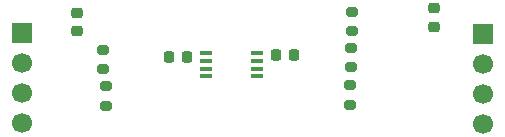
<source format=gbr>
%TF.GenerationSoftware,KiCad,Pcbnew,9.0.7*%
%TF.CreationDate,2026-02-08T14:26:32+09:00*%
%TF.ProjectId,level_shifter,6c657665-6c5f-4736-9869-667465722e6b,rev?*%
%TF.SameCoordinates,Original*%
%TF.FileFunction,Soldermask,Top*%
%TF.FilePolarity,Negative*%
%FSLAX46Y46*%
G04 Gerber Fmt 4.6, Leading zero omitted, Abs format (unit mm)*
G04 Created by KiCad (PCBNEW 9.0.7) date 2026-02-08 14:26:32*
%MOMM*%
%LPD*%
G01*
G04 APERTURE LIST*
G04 Aperture macros list*
%AMRoundRect*
0 Rectangle with rounded corners*
0 $1 Rounding radius*
0 $2 $3 $4 $5 $6 $7 $8 $9 X,Y pos of 4 corners*
0 Add a 4 corners polygon primitive as box body*
4,1,4,$2,$3,$4,$5,$6,$7,$8,$9,$2,$3,0*
0 Add four circle primitives for the rounded corners*
1,1,$1+$1,$2,$3*
1,1,$1+$1,$4,$5*
1,1,$1+$1,$6,$7*
1,1,$1+$1,$8,$9*
0 Add four rect primitives between the rounded corners*
20,1,$1+$1,$2,$3,$4,$5,0*
20,1,$1+$1,$4,$5,$6,$7,0*
20,1,$1+$1,$6,$7,$8,$9,0*
20,1,$1+$1,$8,$9,$2,$3,0*%
G04 Aperture macros list end*
%ADD10RoundRect,0.200000X-0.275000X0.200000X-0.275000X-0.200000X0.275000X-0.200000X0.275000X0.200000X0*%
%ADD11RoundRect,0.225000X-0.225000X-0.250000X0.225000X-0.250000X0.225000X0.250000X-0.225000X0.250000X0*%
%ADD12RoundRect,0.225000X0.250000X-0.225000X0.250000X0.225000X-0.250000X0.225000X-0.250000X-0.225000X0*%
%ADD13RoundRect,0.225000X-0.250000X0.225000X-0.250000X-0.225000X0.250000X-0.225000X0.250000X0.225000X0*%
%ADD14RoundRect,0.200000X0.275000X-0.200000X0.275000X0.200000X-0.275000X0.200000X-0.275000X-0.200000X0*%
%ADD15R,1.700000X1.700000*%
%ADD16C,1.700000*%
%ADD17R,1.100000X0.400000*%
G04 APERTURE END LIST*
D10*
%TO.C,R1*%
X169485000Y-107985000D03*
X169485000Y-106335000D03*
%TD*%
D11*
%TO.C,C1*%
X174770000Y-103810000D03*
X176320000Y-103810000D03*
%TD*%
D12*
%TO.C,C4*%
X197270000Y-101270000D03*
X197270000Y-99720000D03*
%TD*%
D11*
%TO.C,C5*%
X183870000Y-103710000D03*
X185420000Y-103710000D03*
%TD*%
D13*
%TO.C,C2*%
X167035000Y-100125000D03*
X167035000Y-101675000D03*
%TD*%
D14*
%TO.C,R3*%
X190260000Y-101665000D03*
X190260000Y-100015000D03*
%TD*%
D15*
%TO.C,J2*%
X162360000Y-101830000D03*
D16*
X162360000Y-104370000D03*
X162360000Y-106910000D03*
X162360000Y-109450000D03*
%TD*%
D14*
%TO.C,R4*%
X190170000Y-104725000D03*
X190170000Y-103075000D03*
%TD*%
D10*
%TO.C,R2*%
X169190000Y-103255000D03*
X169190000Y-104905000D03*
%TD*%
D14*
%TO.C,R5*%
X190120000Y-107885000D03*
X190120000Y-106235000D03*
%TD*%
D17*
%TO.C,U1*%
X177950000Y-103530000D03*
X177950000Y-104180000D03*
X177950000Y-104830000D03*
X177950000Y-105480000D03*
X182250000Y-105480000D03*
X182250000Y-104830000D03*
X182250000Y-104180000D03*
X182250000Y-103530000D03*
%TD*%
D15*
%TO.C,J1*%
X201420000Y-101875000D03*
D16*
X201420000Y-104415000D03*
X201420000Y-106955000D03*
X201420000Y-109495000D03*
%TD*%
M02*

</source>
